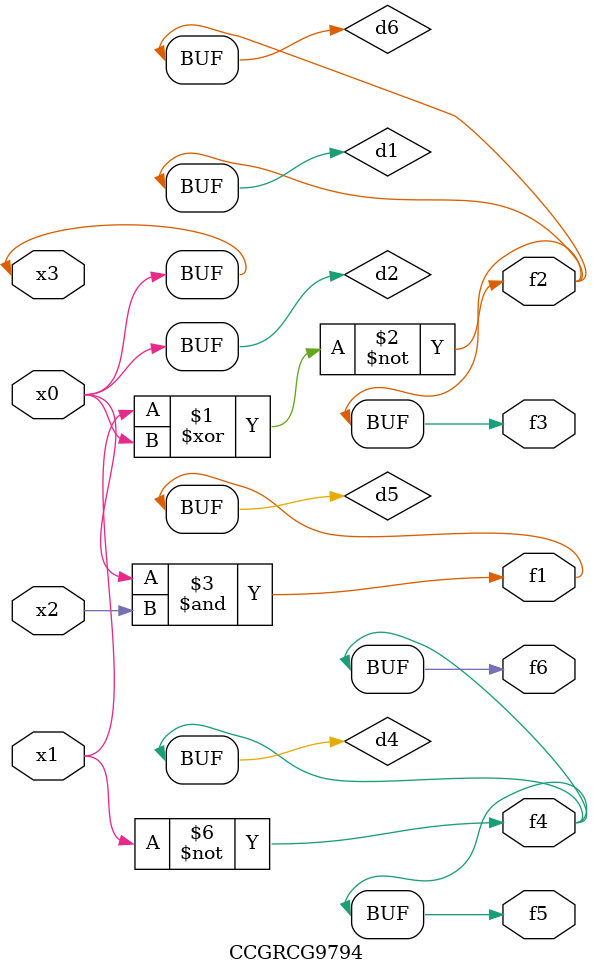
<source format=v>
module CCGRCG9794(
	input x0, x1, x2, x3,
	output f1, f2, f3, f4, f5, f6
);

	wire d1, d2, d3, d4, d5, d6;

	xnor (d1, x1, x3);
	buf (d2, x0, x3);
	nand (d3, x0, x2);
	not (d4, x1);
	nand (d5, d3);
	or (d6, d1);
	assign f1 = d5;
	assign f2 = d6;
	assign f3 = d6;
	assign f4 = d4;
	assign f5 = d4;
	assign f6 = d4;
endmodule

</source>
